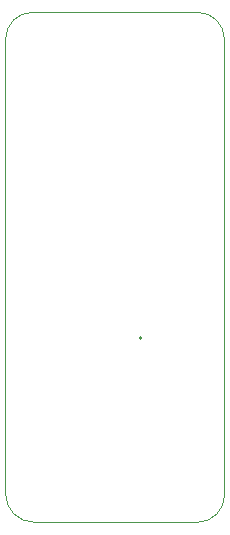
<source format=gm1>
G04*
G04 #@! TF.GenerationSoftware,Altium Limited,Altium Designer,19.1.8 (144)*
G04*
G04 Layer_Color=16711935*
%FSLAX44Y44*%
%MOMM*%
G71*
G01*
G75*
D15*
X108503Y149143D02*
G03*
X108503Y149143I-1270J0D01*
G01*
D68*
X155492Y-7067D02*
G03*
X178353Y15792I0J22860D01*
G01*
X-7067Y17062D02*
G03*
X17062Y-7067I24130J0D01*
G01*
X15792Y424733D02*
G03*
X-7067Y401872I0J-22860D01*
G01*
X178353D02*
G03*
X155492Y424733I-22860J0D01*
G01*
X178353Y15792D02*
Y401872D01*
X17062Y-7067D02*
X155492D01*
X-7067Y17062D02*
Y401872D01*
X15792Y424733D02*
X155492D01*
M02*

</source>
